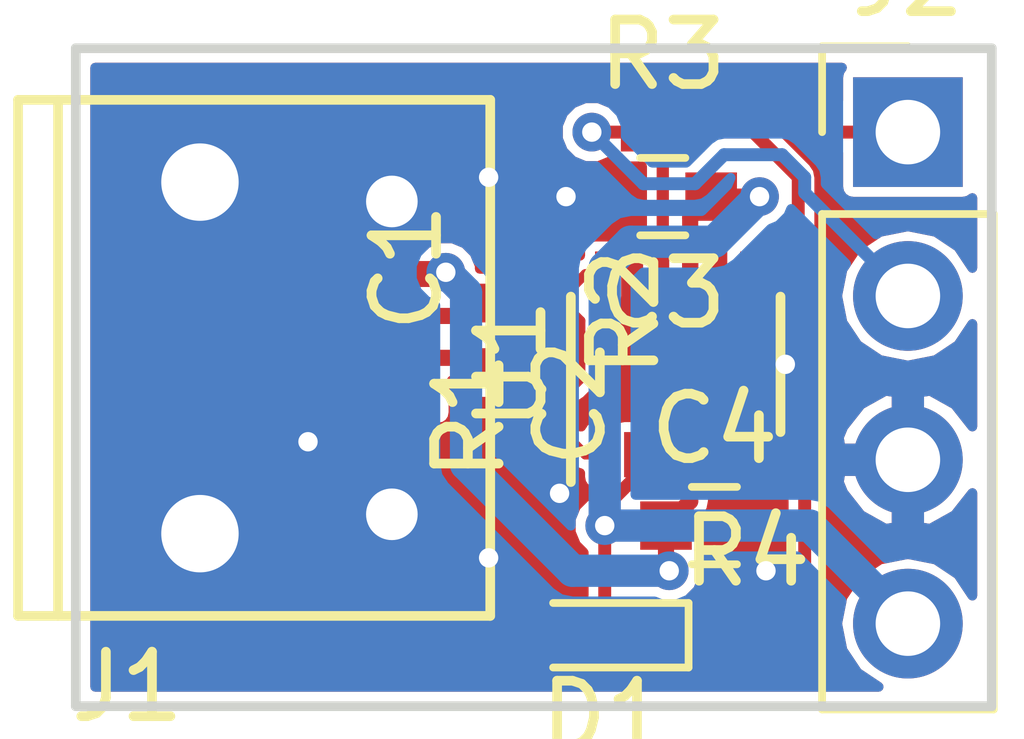
<source format=kicad_pcb>
(kicad_pcb (version 20170922) (host pcbnew no-vcs-found-a562525~60~ubuntu17.04.1)

(general
  (thickness 1.6)
  (drawings 22)
  (tracks 99)
  (zones 0)
  (modules 12)
  (nets 15)
)

(page A4)
(layers
  (0 F.Cu signal)
  (31 B.Cu signal)
  (32 B.Adhes user)
  (33 F.Adhes user)
  (34 B.Paste user)
  (35 F.Paste user)
  (36 B.SilkS user hide)
  (37 F.SilkS user hide)
  (38 B.Mask user)
  (39 F.Mask user)
  (40 Dwgs.User user)
  (41 Cmts.User user)
  (42 Eco1.User user)
  (43 Eco2.User user)
  (44 Edge.Cuts user)
  (45 Margin user)
  (46 B.CrtYd user)
  (47 F.CrtYd user)
  (48 B.Fab user)
  (49 F.Fab user hide)
)


(setup
  (last_trace_width 0.2)
  (user_trace_width 0.15)
  (user_trace_width 0.2)
  (user_trace_width 0.25)
  (user_trace_width 0.5)
  (user_trace_width 0.8)
  (user_trace_width 1)
  (user_trace_width 1.5)
  (user_trace_width 2)
  (trace_clearance 0.15)
  (zone_clearance 0.15)
  (zone_45_only no)
  (trace_min 0.15)
  (segment_width 0.2)
  (edge_width 0.15)
  (via_size 0.6)
  (via_drill 0.3)
  (via_min_size 0.6)
  (via_min_drill 0.3)
  (user_via 0.6 0.3)
  (uvia_size 0.3)
  (uvia_drill 0.1)
  (uvias_allowed no)
  (uvia_min_size 0.2)
  (uvia_min_drill 0.1)
  (pcb_text_width 0.3)
  (pcb_text_size 1.5 1.5)
  (mod_edge_width 0.15)
  (mod_text_size 1 1)
  (mod_text_width 0.15)
  (pad_size 1.7 1.7)
  (pad_drill 1)
  (pad_to_mask_clearance 0)
  (aux_axis_origin 0 0)
  (visible_elements FFFFFF7F)
  (pcbplotparams
    (layerselection 0x00030_ffffffff)
    (usegerberextensions false)
    (usegerberattributes true)
    (usegerberadvancedattributes true)
    (creategerberjobfile true)
    (excludeedgelayer true)
    (linewidth 0.100000)
    (plotframeref false)
    (viasonmask false)
    (mode 1)
    (useauxorigin false)
    (hpglpennumber 1)
    (hpglpenspeed 20)
    (hpglpendiameter 15)
    (psnegative false)
    (psa4output false)
    (plotreference true)
    (plotvalue true)
    (plotinvisibletext false)
    (padsonsilk false)
    (subtractmaskfromsilk false)
    (outputformat 1)
    (mirror false)
    (drillshape 1)
    (scaleselection 1)
    (outputdirectory ""))
)

(net 0 "")
(net 1 GND)
(net 2 "Net-(C1-Pad1)")
(net 3 "Net-(C2-Pad1)")
(net 4 +3V3)
(net 5 +5V)
(net 6 "Net-(D1-Pad1)")
(net 7 "Net-(R1-Pad1)")
(net 8 "Net-(R2-Pad1)")
(net 9 "Net-(R3-Pad2)")
(net 10 "Net-(R4-Pad2)")
(net 11 /Rx)
(net 12 /Tx)
(net 13 "Net-(J1-Pad4)")
(net 14 "Net-(U1-Pad8)")

(net_class Default "This is the default net class."
  (clearance 0.15)
  (trace_width 0.25)
  (via_dia 0.6)
  (via_drill 0.3)
  (uvia_dia 0.3)
  (uvia_drill 0.1)
  (add_net +3V3)
  (add_net +5V)
  (add_net /Rx)
  (add_net /Tx)
  (add_net GND)
  (add_net "Net-(C1-Pad1)")
  (add_net "Net-(C2-Pad1)")
  (add_net "Net-(D1-Pad1)")
  (add_net "Net-(J1-Pad4)")
  (add_net "Net-(R1-Pad1)")
  (add_net "Net-(R2-Pad1)")
  (add_net "Net-(R3-Pad2)")
  (add_net "Net-(R4-Pad2)")
  (add_net "Net-(U1-Pad8)")
)

  (module Capacitors_SMD:C_0402_NoSilk (layer F.Cu) (tedit 58AA8408) (tstamp 59DD947B)
    (at 146.4 73.4 90)
    (descr "Capacitor SMD 0402, reflow soldering, AVX (see smccp.pdf)")
    (tags "capacitor 0402")
    (path /59CBC4AC)
    (attr smd)
    (fp_text reference C1 (at 0 -1.27 90) (layer F.SilkS)
      (effects (font (size 1 1) (thickness 0.15)))
    )
    (fp_text value 47p (at 0 1.27 90) (layer F.Fab)
      (effects (font (size 1 1) (thickness 0.15)))
    )
    (fp_line (start 1 0.4) (end -1 0.4) (layer F.CrtYd) (width 0.05))
    (fp_line (start 1 0.4) (end 1 -0.4) (layer F.CrtYd) (width 0.05))
    (fp_line (start -1 -0.4) (end -1 0.4) (layer F.CrtYd) (width 0.05))
    (fp_line (start -1 -0.4) (end 1 -0.4) (layer F.CrtYd) (width 0.05))
    (fp_line (start -0.5 -0.25) (end 0.5 -0.25) (layer F.Fab) (width 0.1))
    (fp_line (start 0.5 -0.25) (end 0.5 0.25) (layer F.Fab) (width 0.1))
    (fp_line (start 0.5 0.25) (end -0.5 0.25) (layer F.Fab) (width 0.1))
    (fp_line (start -0.5 0.25) (end -0.5 -0.25) (layer F.Fab) (width 0.1))
    (fp_text user %R (at 0 -1.27 90) (layer F.Fab)
      (effects (font (size 1 1) (thickness 0.15)))
    )
    (pad 2 smd rect (at 0.55 0 90) (size 0.6 0.5) (layers F.Cu F.Paste F.Mask)
      (net 1 GND))
    (pad 1 smd rect (at -0.55 0 90) (size 0.6 0.5) (layers F.Cu F.Paste F.Mask)
      (net 2 "Net-(C1-Pad1)"))
    (model Capacitors_SMD.3dshapes/C_0402.wrl
      (at (xyz 0 0 0))
      (scale (xyz 1 1 1))
      (rotate (xyz 0 0 0))
    )
  )

  (module Capacitors_SMD:C_0402_NoSilk (layer F.Cu) (tedit 58AA8408) (tstamp 59DD948A)
    (at 146.4 75.5 270)
    (descr "Capacitor SMD 0402, reflow soldering, AVX (see smccp.pdf)")
    (tags "capacitor 0402")
    (path /59CBC39F)
    (attr smd)
    (fp_text reference C2 (at 0 -1.27 270) (layer F.SilkS)
      (effects (font (size 1 1) (thickness 0.15)))
    )
    (fp_text value 47p (at 0 1.27 270) (layer F.Fab)
      (effects (font (size 1 1) (thickness 0.15)))
    )
    (fp_text user %R (at 0 -1.27 270) (layer F.Fab)
      (effects (font (size 1 1) (thickness 0.15)))
    )
    (fp_line (start -0.5 0.25) (end -0.5 -0.25) (layer F.Fab) (width 0.1))
    (fp_line (start 0.5 0.25) (end -0.5 0.25) (layer F.Fab) (width 0.1))
    (fp_line (start 0.5 -0.25) (end 0.5 0.25) (layer F.Fab) (width 0.1))
    (fp_line (start -0.5 -0.25) (end 0.5 -0.25) (layer F.Fab) (width 0.1))
    (fp_line (start -1 -0.4) (end 1 -0.4) (layer F.CrtYd) (width 0.05))
    (fp_line (start -1 -0.4) (end -1 0.4) (layer F.CrtYd) (width 0.05))
    (fp_line (start 1 0.4) (end 1 -0.4) (layer F.CrtYd) (width 0.05))
    (fp_line (start 1 0.4) (end -1 0.4) (layer F.CrtYd) (width 0.05))
    (pad 1 smd rect (at -0.55 0 270) (size 0.6 0.5) (layers F.Cu F.Paste F.Mask)
      (net 3 "Net-(C2-Pad1)"))
    (pad 2 smd rect (at 0.55 0 270) (size 0.6 0.5) (layers F.Cu F.Paste F.Mask)
      (net 1 GND))
    (model Capacitors_SMD.3dshapes/C_0402.wrl
      (at (xyz 0 0 0))
      (scale (xyz 1 1 1))
      (rotate (xyz 0 0 0))
    )
  )

  (module Capacitors_SMD:C_0603 (layer F.Cu) (tedit 59958EE7) (tstamp 59DD949B)
    (at 149.1 72.3 180)
    (descr "Capacitor SMD 0603, reflow soldering, AVX (see smccp.pdf)")
    (tags "capacitor 0603")
    (path /59CBC175)
    (attr smd)
    (fp_text reference C3 (at 0 -1.5 180) (layer F.SilkS)
      (effects (font (size 1 1) (thickness 0.15)))
    )
    (fp_text value 4.7u/6.3V (at 0 1.5 180) (layer F.Fab)
      (effects (font (size 1 1) (thickness 0.15)))
    )
    (fp_line (start 1.4 0.65) (end -1.4 0.65) (layer F.CrtYd) (width 0.05))
    (fp_line (start 1.4 0.65) (end 1.4 -0.65) (layer F.CrtYd) (width 0.05))
    (fp_line (start -1.4 -0.65) (end -1.4 0.65) (layer F.CrtYd) (width 0.05))
    (fp_line (start -1.4 -0.65) (end 1.4 -0.65) (layer F.CrtYd) (width 0.05))
    (fp_line (start 0.35 0.6) (end -0.35 0.6) (layer F.SilkS) (width 0.12))
    (fp_line (start -0.35 -0.6) (end 0.35 -0.6) (layer F.SilkS) (width 0.12))
    (fp_line (start -0.8 -0.4) (end 0.8 -0.4) (layer F.Fab) (width 0.1))
    (fp_line (start 0.8 -0.4) (end 0.8 0.4) (layer F.Fab) (width 0.1))
    (fp_line (start 0.8 0.4) (end -0.8 0.4) (layer F.Fab) (width 0.1))
    (fp_line (start -0.8 0.4) (end -0.8 -0.4) (layer F.Fab) (width 0.1))
    (fp_text user %R (at 0 0 180) (layer F.Fab)
      (effects (font (size 0.3 0.3) (thickness 0.075)))
    )
    (pad 2 smd rect (at 0.75 0 180) (size 0.8 0.75) (layers F.Cu F.Paste F.Mask)
      (net 1 GND))
    (pad 1 smd rect (at -0.75 0 180) (size 0.8 0.75) (layers F.Cu F.Paste F.Mask)
      (net 4 +3V3))
    (model Capacitors_SMD.3dshapes/C_0603.wrl
      (at (xyz 0 0 0))
      (scale (xyz 1 1 1))
      (rotate (xyz 0 0 0))
    )
  )

  (module Capacitors_SMD:C_0603 (layer F.Cu) (tedit 59958EE7) (tstamp 59DD94AC)
    (at 149.9 77.4)
    (descr "Capacitor SMD 0603, reflow soldering, AVX (see smccp.pdf)")
    (tags "capacitor 0603")
    (path /59CBCDB8)
    (attr smd)
    (fp_text reference C4 (at 0 -1.5) (layer F.SilkS)
      (effects (font (size 1 1) (thickness 0.15)))
    )
    (fp_text value 4.7u/6.3V (at 0 1.5) (layer F.Fab)
      (effects (font (size 1 1) (thickness 0.15)))
    )
    (fp_text user %R (at 0 0) (layer F.Fab)
      (effects (font (size 0.3 0.3) (thickness 0.075)))
    )
    (fp_line (start -0.8 0.4) (end -0.8 -0.4) (layer F.Fab) (width 0.1))
    (fp_line (start 0.8 0.4) (end -0.8 0.4) (layer F.Fab) (width 0.1))
    (fp_line (start 0.8 -0.4) (end 0.8 0.4) (layer F.Fab) (width 0.1))
    (fp_line (start -0.8 -0.4) (end 0.8 -0.4) (layer F.Fab) (width 0.1))
    (fp_line (start -0.35 -0.6) (end 0.35 -0.6) (layer F.SilkS) (width 0.12))
    (fp_line (start 0.35 0.6) (end -0.35 0.6) (layer F.SilkS) (width 0.12))
    (fp_line (start -1.4 -0.65) (end 1.4 -0.65) (layer F.CrtYd) (width 0.05))
    (fp_line (start -1.4 -0.65) (end -1.4 0.65) (layer F.CrtYd) (width 0.05))
    (fp_line (start 1.4 0.65) (end 1.4 -0.65) (layer F.CrtYd) (width 0.05))
    (fp_line (start 1.4 0.65) (end -1.4 0.65) (layer F.CrtYd) (width 0.05))
    (pad 1 smd rect (at -0.75 0) (size 0.8 0.75) (layers F.Cu F.Paste F.Mask)
      (net 5 +5V))
    (pad 2 smd rect (at 0.75 0) (size 0.8 0.75) (layers F.Cu F.Paste F.Mask)
      (net 1 GND))
    (model Capacitors_SMD.3dshapes/C_0603.wrl
      (at (xyz 0 0 0))
      (scale (xyz 1 1 1))
      (rotate (xyz 0 0 0))
    )
  )

  (module LEDs:LED_0603 (layer F.Cu) (tedit 57FE93A5) (tstamp 59DD94C1)
    (at 148.2 79.1 180)
    (descr "LED 0603 smd package")
    (tags "LED led 0603 SMD smd SMT smt smdled SMDLED smtled SMTLED")
    (path /59CBC8A8)
    (attr smd)
    (fp_text reference D1 (at 0 -1.25 180) (layer F.SilkS)
      (effects (font (size 1 1) (thickness 0.15)))
    )
    (fp_text value LED (at 0 1.35 180) (layer F.Fab)
      (effects (font (size 1 1) (thickness 0.15)))
    )
    (fp_line (start -1.3 -0.5) (end -1.3 0.5) (layer F.SilkS) (width 0.12))
    (fp_line (start -0.2 -0.2) (end -0.2 0.2) (layer F.Fab) (width 0.1))
    (fp_line (start -0.15 0) (end 0.15 -0.2) (layer F.Fab) (width 0.1))
    (fp_line (start 0.15 0.2) (end -0.15 0) (layer F.Fab) (width 0.1))
    (fp_line (start 0.15 -0.2) (end 0.15 0.2) (layer F.Fab) (width 0.1))
    (fp_line (start 0.8 0.4) (end -0.8 0.4) (layer F.Fab) (width 0.1))
    (fp_line (start 0.8 -0.4) (end 0.8 0.4) (layer F.Fab) (width 0.1))
    (fp_line (start -0.8 -0.4) (end 0.8 -0.4) (layer F.Fab) (width 0.1))
    (fp_line (start -0.8 0.4) (end -0.8 -0.4) (layer F.Fab) (width 0.1))
    (fp_line (start -1.3 0.5) (end 0.8 0.5) (layer F.SilkS) (width 0.12))
    (fp_line (start -1.3 -0.5) (end 0.8 -0.5) (layer F.SilkS) (width 0.12))
    (fp_line (start 1.45 -0.65) (end 1.45 0.65) (layer F.CrtYd) (width 0.05))
    (fp_line (start 1.45 0.65) (end -1.45 0.65) (layer F.CrtYd) (width 0.05))
    (fp_line (start -1.45 0.65) (end -1.45 -0.65) (layer F.CrtYd) (width 0.05))
    (fp_line (start -1.45 -0.65) (end 1.45 -0.65) (layer F.CrtYd) (width 0.05))
    (pad 2 smd rect (at 0.8 0) (size 0.8 0.8) (layers F.Cu F.Paste F.Mask)
      (net 4 +3V3))
    (pad 1 smd rect (at -0.8 0) (size 0.8 0.8) (layers F.Cu F.Paste F.Mask)
      (net 6 "Net-(D1-Pad1)"))
    (model ${KISYS3DMOD}/LEDs.3dshapes/LED_0603.wrl
      (at (xyz 0 0 0))
      (scale (xyz 1 1 1))
      (rotate (xyz 0 0 180))
    )
  )

  (module hunz:USB_Micro-B_10103594-0001LF (layer F.Cu) (tedit 569952C3) (tstamp 59DD94EE)
    (at 142.8 74.8 180)
    (descr "Micro USB Type B 10103594-0001LF")
    (tags "USB USB_B USB_micro USB_OTG")
    (path /59CBD396)
    (attr smd)
    (fp_text reference J1 (at 2 -5.1 180) (layer F.SilkS)
      (effects (font (size 1 1) (thickness 0.15)))
    )
    (fp_text value USB_OTG (at 0.9 6.175 180) (layer F.Fab)
      (effects (font (size 1 1) (thickness 0.15)))
    )
    (fp_line (start -3.9 4.25) (end -3.9 -4.25) (layer F.CrtYd) (width 0.05))
    (fp_line (start -3.9 -4.25) (end 3.95 -4.25) (layer F.CrtYd) (width 0.05))
    (fp_line (start 3.95 -4.25) (end 3.95 4.25) (layer F.CrtYd) (width 0.05))
    (fp_line (start 3.95 4.25) (end -3.9 4.25) (layer F.CrtYd) (width 0.05))
    (fp_line (start 3.695 4) (end 3.695 -4) (layer F.SilkS) (width 0.15))
    (fp_line (start -3.625 4) (end -3.625 -4) (layer F.SilkS) (width 0.15))
    (fp_line (start -3.625 -4) (end 3.695 -4) (layer F.SilkS) (width 0.15))
    (fp_line (start 3.075 -4) (end 3.075 4) (layer F.SilkS) (width 0.15))
    (fp_line (start 3.695 4) (end -3.625 4) (layer F.SilkS) (width 0.15))
    (pad 1 smd rect (at -2 1.3) (size 1.65 0.4) (layers F.Cu F.Paste F.Mask)
      (net 5 +5V))
    (pad 2 smd rect (at -2 0.65) (size 1.65 0.4) (layers F.Cu F.Paste F.Mask)
      (net 2 "Net-(C1-Pad1)"))
    (pad 3 smd rect (at -2 0.0009) (size 1.65 0.4) (layers F.Cu F.Paste F.Mask)
      (net 3 "Net-(C2-Pad1)"))
    (pad 4 smd rect (at -2 -0.65) (size 1.65 0.4) (layers F.Cu F.Paste F.Mask)
      (net 13 "Net-(J1-Pad4)"))
    (pad 5 smd rect (at -2 -1.3) (size 1.65 0.4) (layers F.Cu F.Paste F.Mask)
      (net 1 GND))
    (pad 6 thru_hole rect (at -2.1 2.425) (size 1.5 2.1) (drill 0.8 (offset 0 -0.4)) (layers *.Cu *.Mask F.Paste)
      (net 1 GND))
    (pad 6 thru_hole rect (at -2.1 -2.425) (size 1.5 2.1) (drill 0.8 (offset 0 0.4)) (layers *.Cu *.Mask F.Paste)
      (net 1 GND))
    (pad 6 thru_hole rect (at 0.875 2.725) (size 3.4 1.9) (drill 1.2 (offset 0.3 -0.2)) (layers *.Cu *.Mask F.Paste)
      (net 1 GND))
    (pad 6 thru_hole rect (at 0.875 -2.725) (size 3.4 1.9) (drill 1.2 (offset 0.3 0.2)) (layers *.Cu *.Mask F.Paste)
      (net 1 GND))
    (pad 6 smd rect (at 1.125 0.9625) (size 2.5 1.425) (layers F.Cu F.Paste F.Mask)
      (net 1 GND))
    (pad 6 smd rect (at 1.125 -0.9625) (size 2.5 1.425) (layers F.Cu F.Paste F.Mask)
      (net 1 GND))
    (model /home/hunz/projects/github/hwdev/ca5/kicad/3d/microusb.wrl
      (at (xyz 0.02437007874015748 0 0.05))
      (scale (xyz 400 400 400))
      (rotate (xyz -90 0 -90))
    )
  )

  (module Pin_Headers:Pin_Header_Straight_1x04_Pitch2.54mm (layer F.Cu) (tedit 59CBCECA) (tstamp 59DD9506)
    (at 152.9 71.3)
    (descr "Through hole straight pin header, 1x04, 2.54mm pitch, single row")
    (tags "Through hole pin header THT 1x04 2.54mm single row")
    (path /59CBBCFF)
    (fp_text reference J2 (at 0 -2.33) (layer F.SilkS)
      (effects (font (size 1 1) (thickness 0.15)))
    )
    (fp_text value Conn_01x04 (at 0 9.95) (layer F.Fab)
      (effects (font (size 1 1) (thickness 0.15)))
    )
    (fp_line (start -0.635 -1.27) (end 1.27 -1.27) (layer F.Fab) (width 0.1))
    (fp_line (start 1.27 -1.27) (end 1.27 8.89) (layer F.Fab) (width 0.1))
    (fp_line (start 1.27 8.89) (end -1.27 8.89) (layer F.Fab) (width 0.1))
    (fp_line (start -1.27 8.89) (end -1.27 -0.635) (layer F.Fab) (width 0.1))
    (fp_line (start -1.27 -0.635) (end -0.635 -1.27) (layer F.Fab) (width 0.1))
    (fp_line (start -1.33 8.95) (end 1.33 8.95) (layer F.SilkS) (width 0.12))
    (fp_line (start -1.33 1.27) (end -1.33 8.95) (layer F.SilkS) (width 0.12))
    (fp_line (start 1.33 1.27) (end 1.33 8.95) (layer F.SilkS) (width 0.12))
    (fp_line (start -1.33 1.27) (end 1.33 1.27) (layer F.SilkS) (width 0.12))
    (fp_line (start -1.33 0) (end -1.33 -1.33) (layer F.SilkS) (width 0.12))
    (fp_line (start -1.33 -1.33) (end 0 -1.33) (layer F.SilkS) (width 0.12))
    (fp_line (start -1.8 -1.8) (end -1.8 9.4) (layer F.CrtYd) (width 0.05))
    (fp_line (start -1.8 9.4) (end 1.8 9.4) (layer F.CrtYd) (width 0.05))
    (fp_line (start 1.8 9.4) (end 1.8 -1.8) (layer F.CrtYd) (width 0.05))
    (fp_line (start 1.8 -1.8) (end -1.8 -1.8) (layer F.CrtYd) (width 0.05))
    (fp_text user %R (at 0 3.81 90) (layer F.Fab)
      (effects (font (size 1 1) (thickness 0.15)))
    )
    (pad 1 thru_hole rect (at 0 0) (size 1.7 1.7) (drill 1) (layers *.Cu *.Mask)
      (net 11 /Rx))
    (pad 2 thru_hole oval (at 0 2.54) (size 1.7 1.7) (drill 1) (layers *.Cu *.Mask)
      (net 12 /Tx))
    (pad 3 thru_hole oval (at 0 5.08) (size 1.7 1.7) (drill 1) (layers *.Cu *.Mask)
      (net 1 GND) (zone_connect 1) (thermal_width 0.5) (thermal_gap 0.2))
    (pad 4 thru_hole oval (at 0 7.62) (size 1.7 1.7) (drill 1) (layers *.Cu *.Mask)
      (net 4 +3V3))
  )

  (module Resistors_SMD:R_0402_NoSilk (layer F.Cu) (tedit 58E0A804) (tstamp 59DD9515)
    (at 147.3 75.7 90)
    (descr "Resistor SMD 0402, reflow soldering, Vishay (see dcrcw.pdf)")
    (tags "resistor 0402")
    (path /59CBC267)
    (attr smd)
    (fp_text reference R1 (at 0 -1.2 90) (layer F.SilkS)
      (effects (font (size 1 1) (thickness 0.15)))
    )
    (fp_text value 27 (at 0 1.25 90) (layer F.Fab)
      (effects (font (size 1 1) (thickness 0.15)))
    )
    (fp_line (start 0.8 0.45) (end -0.8 0.45) (layer F.CrtYd) (width 0.05))
    (fp_line (start 0.8 0.45) (end 0.8 -0.45) (layer F.CrtYd) (width 0.05))
    (fp_line (start -0.8 -0.45) (end -0.8 0.45) (layer F.CrtYd) (width 0.05))
    (fp_line (start -0.8 -0.45) (end 0.8 -0.45) (layer F.CrtYd) (width 0.05))
    (fp_line (start -0.5 -0.25) (end 0.5 -0.25) (layer F.Fab) (width 0.1))
    (fp_line (start 0.5 -0.25) (end 0.5 0.25) (layer F.Fab) (width 0.1))
    (fp_line (start 0.5 0.25) (end -0.5 0.25) (layer F.Fab) (width 0.1))
    (fp_line (start -0.5 0.25) (end -0.5 -0.25) (layer F.Fab) (width 0.1))
    (fp_text user %R (at 0 -1.2 90) (layer F.Fab)
      (effects (font (size 1 1) (thickness 0.15)))
    )
    (pad 2 smd rect (at 0.45 0 90) (size 0.4 0.6) (layers F.Cu F.Paste F.Mask)
      (net 2 "Net-(C1-Pad1)"))
    (pad 1 smd rect (at -0.45 0 90) (size 0.4 0.6) (layers F.Cu F.Paste F.Mask)
      (net 7 "Net-(R1-Pad1)"))
    (model ${KISYS3DMOD}/Resistors_SMD.3dshapes/R_0402.wrl
      (at (xyz 0 0 0))
      (scale (xyz 1 1 1))
      (rotate (xyz 0 0 0))
    )
  )

  (module Resistors_SMD:R_0402_NoSilk (layer F.Cu) (tedit 58E0A804) (tstamp 59DD9524)
    (at 147.3 74.1 270)
    (descr "Resistor SMD 0402, reflow soldering, Vishay (see dcrcw.pdf)")
    (tags "resistor 0402")
    (path /59CBC2E6)
    (attr smd)
    (fp_text reference R2 (at 0 -1.2 270) (layer F.SilkS)
      (effects (font (size 1 1) (thickness 0.15)))
    )
    (fp_text value 27 (at 0 1.25 270) (layer F.Fab)
      (effects (font (size 1 1) (thickness 0.15)))
    )
    (fp_text user %R (at 0 -1.2 270) (layer F.Fab)
      (effects (font (size 1 1) (thickness 0.15)))
    )
    (fp_line (start -0.5 0.25) (end -0.5 -0.25) (layer F.Fab) (width 0.1))
    (fp_line (start 0.5 0.25) (end -0.5 0.25) (layer F.Fab) (width 0.1))
    (fp_line (start 0.5 -0.25) (end 0.5 0.25) (layer F.Fab) (width 0.1))
    (fp_line (start -0.5 -0.25) (end 0.5 -0.25) (layer F.Fab) (width 0.1))
    (fp_line (start -0.8 -0.45) (end 0.8 -0.45) (layer F.CrtYd) (width 0.05))
    (fp_line (start -0.8 -0.45) (end -0.8 0.45) (layer F.CrtYd) (width 0.05))
    (fp_line (start 0.8 0.45) (end 0.8 -0.45) (layer F.CrtYd) (width 0.05))
    (fp_line (start 0.8 0.45) (end -0.8 0.45) (layer F.CrtYd) (width 0.05))
    (pad 1 smd rect (at -0.45 0 270) (size 0.4 0.6) (layers F.Cu F.Paste F.Mask)
      (net 8 "Net-(R2-Pad1)"))
    (pad 2 smd rect (at 0.45 0 270) (size 0.4 0.6) (layers F.Cu F.Paste F.Mask)
      (net 3 "Net-(C2-Pad1)"))
    (model ${KISYS3DMOD}/Resistors_SMD.3dshapes/R_0402.wrl
      (at (xyz 0 0 0))
      (scale (xyz 1 1 1))
      (rotate (xyz 0 0 0))
    )
  )

  (module Resistors_SMD:R_0402_NoSilk (layer F.Cu) (tedit 58E0A804) (tstamp 59DD9533)
    (at 149.1 71.3)
    (descr "Resistor SMD 0402, reflow soldering, Vishay (see dcrcw.pdf)")
    (tags "resistor 0402")
    (path /59CBBB72)
    (attr smd)
    (fp_text reference R3 (at 0 -1.2) (layer F.SilkS)
      (effects (font (size 1 1) (thickness 0.15)))
    )
    (fp_text value 120 (at 0 1.25) (layer F.Fab)
      (effects (font (size 1 1) (thickness 0.15)))
    )
    (fp_text user %R (at 0 -1.2) (layer F.Fab)
      (effects (font (size 1 1) (thickness 0.15)))
    )
    (fp_line (start -0.5 0.25) (end -0.5 -0.25) (layer F.Fab) (width 0.1))
    (fp_line (start 0.5 0.25) (end -0.5 0.25) (layer F.Fab) (width 0.1))
    (fp_line (start 0.5 -0.25) (end 0.5 0.25) (layer F.Fab) (width 0.1))
    (fp_line (start -0.5 -0.25) (end 0.5 -0.25) (layer F.Fab) (width 0.1))
    (fp_line (start -0.8 -0.45) (end 0.8 -0.45) (layer F.CrtYd) (width 0.05))
    (fp_line (start -0.8 -0.45) (end -0.8 0.45) (layer F.CrtYd) (width 0.05))
    (fp_line (start 0.8 0.45) (end 0.8 -0.45) (layer F.CrtYd) (width 0.05))
    (fp_line (start 0.8 0.45) (end -0.8 0.45) (layer F.CrtYd) (width 0.05))
    (pad 1 smd rect (at -0.45 0) (size 0.4 0.6) (layers F.Cu F.Paste F.Mask)
      (net 12 /Tx))
    (pad 2 smd rect (at 0.45 0) (size 0.4 0.6) (layers F.Cu F.Paste F.Mask)
      (net 9 "Net-(R3-Pad2)"))
    (model ${KISYS3DMOD}/Resistors_SMD.3dshapes/R_0402.wrl
      (at (xyz 0 0 0))
      (scale (xyz 1 1 1))
      (rotate (xyz 0 0 0))
    )
  )

  (module Resistors_SMD:R_0402_NoSilk (layer F.Cu) (tedit 58E0A804) (tstamp 59DD9542)
    (at 150.4 79)
    (descr "Resistor SMD 0402, reflow soldering, Vishay (see dcrcw.pdf)")
    (tags "resistor 0402")
    (path /59CBC039)
    (attr smd)
    (fp_text reference R4 (at 0 -1.2) (layer F.SilkS)
      (effects (font (size 1 1) (thickness 0.15)))
    )
    (fp_text value 470 (at 0 1.25) (layer F.Fab)
      (effects (font (size 1 1) (thickness 0.15)))
    )
    (fp_line (start 0.8 0.45) (end -0.8 0.45) (layer F.CrtYd) (width 0.05))
    (fp_line (start 0.8 0.45) (end 0.8 -0.45) (layer F.CrtYd) (width 0.05))
    (fp_line (start -0.8 -0.45) (end -0.8 0.45) (layer F.CrtYd) (width 0.05))
    (fp_line (start -0.8 -0.45) (end 0.8 -0.45) (layer F.CrtYd) (width 0.05))
    (fp_line (start -0.5 -0.25) (end 0.5 -0.25) (layer F.Fab) (width 0.1))
    (fp_line (start 0.5 -0.25) (end 0.5 0.25) (layer F.Fab) (width 0.1))
    (fp_line (start 0.5 0.25) (end -0.5 0.25) (layer F.Fab) (width 0.1))
    (fp_line (start -0.5 0.25) (end -0.5 -0.25) (layer F.Fab) (width 0.1))
    (fp_text user %R (at 0 -1.2) (layer F.Fab)
      (effects (font (size 1 1) (thickness 0.15)))
    )
    (pad 2 smd rect (at 0.45 0) (size 0.4 0.6) (layers F.Cu F.Paste F.Mask)
      (net 10 "Net-(R4-Pad2)"))
    (pad 1 smd rect (at -0.45 0) (size 0.4 0.6) (layers F.Cu F.Paste F.Mask)
      (net 6 "Net-(D1-Pad1)"))
    (model ${KISYS3DMOD}/Resistors_SMD.3dshapes/R_0402.wrl
      (at (xyz 0 0 0))
      (scale (xyz 1 1 1))
      (rotate (xyz 0 0 0))
    )
  )

  (module Housings_DFN_QFN:DFN-12-1EP_3x3mm_Pitch0.45mm (layer F.Cu) (tedit 54130A77) (tstamp 59F8D3F6)
    (at 149.3 74.9 90)
    (descr "DD Package; 12-Lead Plastic DFN (3mm x 3mm) (see Linear Technology DFN_12_05-08-1725.pdf)")
    (tags "DFN 0.45")
    (path /59EF5B28)
    (attr smd)
    (fp_text reference U1 (at 0 -2.55 90) (layer F.SilkS)
      (effects (font (size 1 1) (thickness 0.15)))
    )
    (fp_text value FT234XD (at 0 2.55 90) (layer F.Fab)
      (effects (font (size 1 1) (thickness 0.15)))
    )
    (fp_line (start -0.5 -1.5) (end 1.5 -1.5) (layer F.Fab) (width 0.15))
    (fp_line (start 1.5 -1.5) (end 1.5 1.5) (layer F.Fab) (width 0.15))
    (fp_line (start 1.5 1.5) (end -1.5 1.5) (layer F.Fab) (width 0.15))
    (fp_line (start -1.5 1.5) (end -1.5 -0.5) (layer F.Fab) (width 0.15))
    (fp_line (start -1.5 -0.5) (end -0.5 -1.5) (layer F.Fab) (width 0.15))
    (fp_line (start -2 -1.8) (end -2 1.8) (layer F.CrtYd) (width 0.05))
    (fp_line (start 2 -1.8) (end 2 1.8) (layer F.CrtYd) (width 0.05))
    (fp_line (start -2 -1.8) (end 2 -1.8) (layer F.CrtYd) (width 0.05))
    (fp_line (start -2 1.8) (end 2 1.8) (layer F.CrtYd) (width 0.05))
    (fp_line (start -1.05 1.625) (end 1.05 1.625) (layer F.SilkS) (width 0.15))
    (fp_line (start -1.825 -1.625) (end 1.05 -1.625) (layer F.SilkS) (width 0.15))
    (pad 1 smd rect (at -1.4 -1.125 90) (size 0.7 0.25) (layers F.Cu F.Paste F.Mask)
      (net 7 "Net-(R1-Pad1)"))
    (pad 2 smd rect (at -1.4 -0.675 90) (size 0.7 0.25) (layers F.Cu F.Paste F.Mask)
      (net 4 +3V3))
    (pad 3 smd rect (at -1.4 -0.225 90) (size 0.7 0.25) (layers F.Cu F.Paste F.Mask)
      (net 4 +3V3))
    (pad 4 smd rect (at -1.4 0.225 90) (size 0.7 0.25) (layers F.Cu F.Paste F.Mask)
      (net 5 +5V))
    (pad 5 smd rect (at -1.4 0.675 90) (size 0.7 0.25) (layers F.Cu F.Paste F.Mask)
      (net 1 GND))
    (pad 6 smd rect (at -1.4 1.125 90) (size 0.7 0.25) (layers F.Cu F.Paste F.Mask)
      (net 10 "Net-(R4-Pad2)"))
    (pad 7 smd rect (at 1.4 1.125 90) (size 0.7 0.25) (layers F.Cu F.Paste F.Mask)
      (net 9 "Net-(R3-Pad2)"))
    (pad 8 smd rect (at 1.4 0.675 90) (size 0.7 0.25) (layers F.Cu F.Paste F.Mask)
      (net 14 "Net-(U1-Pad8)"))
    (pad 9 smd rect (at 1.4 0.225 90) (size 0.7 0.25) (layers F.Cu F.Paste F.Mask)
      (net 4 +3V3))
    (pad 10 smd rect (at 1.4 -0.225 90) (size 0.7 0.25) (layers F.Cu F.Paste F.Mask)
      (net 11 /Rx))
    (pad 11 smd rect (at 1.4 -0.675 90) (size 0.7 0.25) (layers F.Cu F.Paste F.Mask)
      (net 1 GND))
    (pad 12 smd rect (at 1.4 -1.125 90) (size 0.7 0.25) (layers F.Cu F.Paste F.Mask)
      (net 8 "Net-(R2-Pad1)"))
    (pad 13 smd rect (at 0.415 0.595 90) (size 0.83 1.19) (layers F.Cu F.Paste F.Mask)
      (net 1 GND) (solder_paste_margin_ratio -0.2))
    (pad 13 smd rect (at 0.415 -0.595 90) (size 0.83 1.19) (layers F.Cu F.Paste F.Mask)
      (net 1 GND) (solder_paste_margin_ratio -0.2))
    (pad 13 smd rect (at -0.415 0.595 90) (size 0.83 1.19) (layers F.Cu F.Paste F.Mask)
      (net 1 GND) (solder_paste_margin_ratio -0.2))
    (pad 13 smd rect (at -0.415 -0.595 90) (size 0.83 1.19) (layers F.Cu F.Paste F.Mask)
      (net 1 GND) (solder_paste_margin_ratio -0.2))
    (model ${KISYS3DMOD}/Housings_DFN_QFN.3dshapes/DFN-12-1EP_3x3mm_Pitch0.45mm.wrl
      (at (xyz 0 0 0))
      (scale (xyz 1 1 1))
      (rotate (xyz 0 0 0))
    )
  )

  (gr_text FT234 (at 143 75) (layer B.Mask)
    (effects (font (size 1.2 1.2) (thickness 0.25)) (justify mirror))
  )
  (gr_text 3.3V (at 149.4 79.4) (layer B.Mask)
    (effects (font (size 1 1) (thickness 0.2)) (justify mirror))
  )
  (gr_line (start 149.6 76.8) (end 150.6 76.8) (layer B.Mask) (width 0.4) (tstamp 59EF0B17))
  (gr_line (start 150.1 75.9) (end 150.1 76.8) (layer B.Mask) (width 0.4))
  (gr_line (start 150.7 74.1) (end 150.5 73.7) (layer B.Mask) (width 0.2) (tstamp 59EF0ACA))
  (gr_line (start 148.9 73.9) (end 150.7 73.9) (layer B.Mask) (width 0.4) (tstamp 59EF0AC8))
  (gr_line (start 151 73.9) (end 150.4 74.4) (layer B.Mask) (width 0.2) (tstamp 59EF0AC7))
  (gr_line (start 150.4 74.1) (end 150.7 74.1) (layer B.Mask) (width 0.2) (tstamp 59EF0AC6))
  (gr_line (start 150.4 73.4) (end 151 73.9) (layer B.Mask) (width 0.2) (tstamp 59EF0AC5))
  (gr_line (start 150.5 73.7) (end 150.7 73.8) (layer B.Mask) (width 0.2) (tstamp 59EF0AC4))
  (gr_line (start 150.4 74.4) (end 150.4 73.4) (layer B.Mask) (width 0.2) (tstamp 59EF0AC3))
  (gr_line (start 149.3 71.3) (end 149.1 71.2) (layer B.Mask) (width 0.2))
  (gr_line (start 149.1 70.9) (end 149.3 71.3) (layer B.Mask) (width 0.2))
  (gr_line (start 149.4 70.9) (end 149.1 70.9) (layer B.Mask) (width 0.2))
  (gr_line (start 149.4 71.6) (end 148.8 71.1) (layer B.Mask) (width 0.2))
  (gr_line (start 149.4 70.6) (end 149.4 71.6) (layer B.Mask) (width 0.2))
  (gr_line (start 148.8 71.1) (end 149.4 70.6) (layer B.Mask) (width 0.2))
  (gr_line (start 150.9 71.1) (end 149.1 71.1) (layer B.Mask) (width 0.4))
  (gr_line (start 140 80.2) (end 140 70) (layer Edge.Cuts) (width 0.15))
  (gr_line (start 154.2 80.2) (end 140 80.2) (layer Edge.Cuts) (width 0.15))
  (gr_line (start 154.2 70) (end 154.2 80.2) (layer Edge.Cuts) (width 0.15))
  (gr_line (start 140 70) (end 154.2 70) (layer Edge.Cuts) (width 0.15))

  (via (at 146.4 72) (size 0.6) (drill 0.3) (layers F.Cu B.Cu) (net 1) (tstamp 59F8DCBE))
  (via (at 146.4 77.9) (size 0.6) (drill 0.3) (layers F.Cu B.Cu) (net 1) (tstamp 59F8DCBC))
  (via (at 151 74.9) (size 0.6) (drill 0.3) (layers F.Cu B.Cu) (net 1) (tstamp 59F8DCA7))
  (via (at 147.5 76.9) (size 0.6) (drill 0.3) (layers F.Cu B.Cu) (net 1) (tstamp 59F8DCA4))
  (segment (start 149.975 76.3) (end 149.975 75.395) (width 0.2) (layer F.Cu) (net 1))
  (segment (start 149.975 75.395) (end 149.895 75.315) (width 0.2) (layer F.Cu) (net 1))
  (segment (start 148.625 73.5) (end 148.625 72.575) (width 0.2) (layer F.Cu) (net 1))
  (segment (start 148.625 72.575) (end 148.35 72.3) (width 0.2) (layer F.Cu) (net 1))
  (segment (start 148.625 73.5) (end 148.625 74.405) (width 0.2) (layer F.Cu) (net 1))
  (segment (start 148.625 74.405) (end 148.705 74.485) (width 0.2) (layer F.Cu) (net 1))
  (segment (start 149.975 76.3) (end 149.975 76.725) (width 0.25) (layer F.Cu) (net 1))
  (segment (start 149.975 76.725) (end 150.65 77.4) (width 0.25) (layer F.Cu) (net 1))
  (segment (start 148.35 72.3) (end 147.6 72.3) (width 0.25) (layer F.Cu) (net 1))
  (via (at 147.6 72.3) (size 0.6) (drill 0.3) (layers F.Cu B.Cu) (net 1))
  (segment (start 150.65 77.4) (end 150.65 78.05) (width 0.25) (layer F.Cu) (net 1))
  (segment (start 150.65 78.05) (end 150.7 78.1) (width 0.25) (layer F.Cu) (net 1))
  (via (at 150.7 78.1) (size 0.6) (drill 0.3) (layers F.Cu B.Cu) (net 1))
  (segment (start 144.8 76.1) (end 143.6 76.1) (width 0.4) (layer F.Cu) (net 1))
  (via (at 143.6 76.1) (size 0.6) (drill 0.3) (layers F.Cu B.Cu) (net 1))
  (segment (start 146.4 73.95) (end 146.55 74.1) (width 0.15) (layer F.Cu) (net 2))
  (segment (start 146.55 74.1) (end 147.7 74.1) (width 0.15) (layer F.Cu) (net 2))
  (segment (start 147.7 74.1) (end 147.825001 74.225001) (width 0.15) (layer F.Cu) (net 2))
  (segment (start 147.825001 74.225001) (end 147.825001 75.124999) (width 0.15) (layer F.Cu) (net 2))
  (segment (start 147.825001 75.124999) (end 147.7 75.25) (width 0.15) (layer F.Cu) (net 2))
  (segment (start 147.7 75.25) (end 147.3 75.25) (width 0.15) (layer F.Cu) (net 2))
  (segment (start 144.8 74.15) (end 146.2 74.15) (width 0.25) (layer F.Cu) (net 2))
  (segment (start 146.2 74.15) (end 146.4 73.95) (width 0.25) (layer F.Cu) (net 2))
  (segment (start 146.4 74.95) (end 146.8 74.55) (width 0.15) (layer F.Cu) (net 3))
  (segment (start 146.8 74.55) (end 147.3 74.55) (width 0.15) (layer F.Cu) (net 3))
  (segment (start 146.4 74.95) (end 146.4 74.85) (width 0.15) (layer F.Cu) (net 3))
  (segment (start 144.8 74.7991) (end 146.2491 74.7991) (width 0.25) (layer F.Cu) (net 3))
  (segment (start 146.2491 74.7991) (end 146.4 74.95) (width 0.25) (layer F.Cu) (net 3))
  (segment (start 148.2 73.4) (end 148.6 73) (width 0.5) (layer B.Cu) (net 4))
  (segment (start 148.6 73) (end 149.9 73) (width 0.5) (layer B.Cu) (net 4))
  (segment (start 149.9 73) (end 150.6 72.3) (width 0.5) (layer B.Cu) (net 4))
  (segment (start 148.2 77.4) (end 148.2 73.4) (width 0.5) (layer B.Cu) (net 4))
  (segment (start 148.2 77.4) (end 148.2 78.9) (width 0.2) (layer F.Cu) (net 4))
  (segment (start 148.2 78.9) (end 148 79.1) (width 0.2) (layer F.Cu) (net 4))
  (segment (start 148 79.1) (end 147.4 79.1) (width 0.2) (layer F.Cu) (net 4))
  (segment (start 148.2 77.4) (end 150.6 77.4) (width 0.5) (layer B.Cu) (net 4))
  (segment (start 150.6 77.4) (end 151.38 77.4) (width 0.5) (layer B.Cu) (net 4))
  (segment (start 151.38 77.4) (end 152.9 78.92) (width 0.5) (layer B.Cu) (net 4))
  (segment (start 148.625 76.3) (end 148.625 76.699998) (width 0.2) (layer F.Cu) (net 4))
  (segment (start 148.625 76.699998) (end 148.2 77.124998) (width 0.2) (layer F.Cu) (net 4))
  (segment (start 148.2 77.124998) (end 148.2 77.4) (width 0.2) (layer F.Cu) (net 4))
  (via (at 148.2 77.4) (size 0.6) (drill 0.3) (layers F.Cu B.Cu) (net 4))
  (segment (start 149.075 76.3) (end 148.625 76.3) (width 0.2) (layer F.Cu) (net 4))
  (segment (start 149.85 72.3) (end 150.6 72.3) (width 0.25) (layer F.Cu) (net 4))
  (via (at 150.6 72.3) (size 0.6) (drill 0.3) (layers F.Cu B.Cu) (net 4))
  (segment (start 149.525 73.5) (end 149.525 72.625) (width 0.25) (layer F.Cu) (net 4))
  (segment (start 149.525 72.625) (end 149.85 72.3) (width 0.25) (layer F.Cu) (net 4))
  (segment (start 152.9 78.75) (end 152.9 78.92) (width 0.25) (layer F.Cu) (net 4))
  (segment (start 145.736373 73.472732) (end 146.050001 73.78636) (width 0.5) (layer B.Cu) (net 5))
  (segment (start 146.050001 73.78636) (end 146.050001 76.450001) (width 0.5) (layer B.Cu) (net 5))
  (segment (start 146.050001 76.450001) (end 147.7 78.1) (width 0.5) (layer B.Cu) (net 5))
  (segment (start 149.2 78.1) (end 147.7 78.1) (width 0.5) (layer B.Cu) (net 5))
  (segment (start 149.525 76.3) (end 149.525 77.025) (width 0.25) (layer F.Cu) (net 5))
  (segment (start 149.525 77.025) (end 149.15 77.4) (width 0.25) (layer F.Cu) (net 5))
  (segment (start 149.15 77.4) (end 149.15 78.05) (width 0.25) (layer F.Cu) (net 5))
  (segment (start 149.15 78.05) (end 149.2 78.1) (width 0.25) (layer F.Cu) (net 5))
  (via (at 149.2 78.1) (size 0.6) (drill 0.3) (layers F.Cu B.Cu) (net 5))
  (segment (start 144.8 73.5) (end 145.709105 73.5) (width 0.4) (layer F.Cu) (net 5))
  (segment (start 145.709105 73.5) (end 145.736373 73.472732) (width 0.4) (layer F.Cu) (net 5))
  (via (at 145.736373 73.472732) (size 0.6) (drill 0.3) (layers F.Cu B.Cu) (net 5))
  (segment (start 149.95 79) (end 149.1 79) (width 0.2) (layer F.Cu) (net 6))
  (segment (start 149.1 79) (end 149 79.1) (width 0.2) (layer F.Cu) (net 6))
  (segment (start 147.9 76.3) (end 147.75 76.15) (width 0.15) (layer F.Cu) (net 7))
  (segment (start 147.75 76.15) (end 147.3 76.15) (width 0.15) (layer F.Cu) (net 7))
  (segment (start 148.175 76.3) (end 147.9 76.3) (width 0.15) (layer F.Cu) (net 7))
  (segment (start 148.175 73.5) (end 147.9 73.5) (width 0.15) (layer F.Cu) (net 8))
  (segment (start 147.9 73.5) (end 147.75 73.65) (width 0.15) (layer F.Cu) (net 8))
  (segment (start 147.75 73.65) (end 147.3 73.65) (width 0.15) (layer F.Cu) (net 8))
  (segment (start 150.5 71.3) (end 149.55 71.3) (width 0.2) (layer F.Cu) (net 9))
  (segment (start 151.2 72) (end 150.5 71.3) (width 0.2) (layer F.Cu) (net 9))
  (segment (start 151.2 73.05) (end 151.2 72) (width 0.2) (layer F.Cu) (net 9))
  (segment (start 150.425 73.5) (end 150.75 73.5) (width 0.2) (layer F.Cu) (net 9))
  (segment (start 150.75 73.5) (end 151.2 73.05) (width 0.2) (layer F.Cu) (net 9))
  (segment (start 150.425 76.3) (end 150.75 76.3) (width 0.2) (layer F.Cu) (net 10))
  (segment (start 150.75 76.3) (end 151.300001 76.850001) (width 0.2) (layer F.Cu) (net 10))
  (segment (start 151.300001 76.850001) (end 151.300001 78.449999) (width 0.2) (layer F.Cu) (net 10))
  (segment (start 151.300001 78.449999) (end 150.85 78.9) (width 0.2) (layer F.Cu) (net 10))
  (segment (start 150.85 78.9) (end 150.85 79) (width 0.2) (layer F.Cu) (net 10))
  (segment (start 149.1 72.925) (end 149.075 72.95) (width 0.19) (layer F.Cu) (net 11))
  (segment (start 149.075 72.95) (end 149.075 73.5) (width 0.19) (layer F.Cu) (net 11))
  (segment (start 149.2 70.7) (end 151.25 70.7) (width 0.2) (layer F.Cu) (net 11))
  (segment (start 151.25 70.7) (end 151.85 71.3) (width 0.2) (layer F.Cu) (net 11))
  (segment (start 151.85 71.3) (end 152.9 71.3) (width 0.2) (layer F.Cu) (net 11))
  (segment (start 149.1 70.8) (end 149.2 70.7) (width 0.2) (layer F.Cu) (net 11))
  (segment (start 149.1 72.925) (end 149.1 70.8) (width 0.19) (layer F.Cu) (net 11))
  (segment (start 152.45 70.85) (end 152.9 71.3) (width 0.15) (layer F.Cu) (net 11))
  (segment (start 152.9 73.84) (end 151.3 72.24) (width 0.2) (layer B.Cu) (net 12))
  (segment (start 148.8 72.1) (end 148 71.3) (width 0.2) (layer B.Cu) (net 12))
  (segment (start 151.3 72.24) (end 151.3 72) (width 0.2) (layer B.Cu) (net 12))
  (segment (start 151.3 72) (end 150.950002 71.650002) (width 0.2) (layer B.Cu) (net 12))
  (segment (start 150.950002 71.650002) (end 150.049998 71.650002) (width 0.2) (layer B.Cu) (net 12))
  (segment (start 150.049998 71.650002) (end 149.6 72.1) (width 0.2) (layer B.Cu) (net 12))
  (segment (start 149.6 72.1) (end 148.8 72.1) (width 0.2) (layer B.Cu) (net 12))
  (segment (start 148.65 71.3) (end 148 71.3) (width 0.2) (layer F.Cu) (net 12))
  (via (at 148 71.3) (size 0.6) (drill 0.3) (layers F.Cu B.Cu) (net 12))

  (zone (net 1) (net_name GND) (layer F.Cu) (tstamp 0) (hatch edge 0.508)
    (connect_pads yes (clearance 0.15))
    (min_thickness 0.15)
    (fill yes (arc_segments 16) (thermal_gap 0.508) (thermal_bridge_width 0.508))
    (polygon
      (pts
        (xy 140 70) (xy 154.2 70) (xy 154.2 80.2) (xy 140 80.2)
      )
    )
    (filled_polygon
      (pts
        (xy 151.838055 70.362209) (xy 151.820592 70.45) (xy 151.820592 70.810972) (xy 151.47981 70.47019) (xy 151.374372 70.399739)
        (xy 151.25 70.375) (xy 149.2 70.375) (xy 149.075627 70.399739) (xy 149.033395 70.427958) (xy 148.97019 70.47019)
        (xy 148.970188 70.470193) (xy 148.87019 70.57019) (xy 148.799739 70.675628) (xy 148.78085 70.770592) (xy 148.45 70.770592)
        (xy 148.362209 70.788055) (xy 148.287784 70.837784) (xy 148.280852 70.848158) (xy 148.104887 70.775092) (xy 147.896029 70.774909)
        (xy 147.703 70.854667) (xy 147.555186 71.002223) (xy 147.475092 71.195113) (xy 147.474909 71.403971) (xy 147.554667 71.597)
        (xy 147.702223 71.744814) (xy 147.895113 71.824908) (xy 148.103971 71.825091) (xy 148.280938 71.75197) (xy 148.287784 71.762216)
        (xy 148.362209 71.811945) (xy 148.45 71.829408) (xy 148.78 71.829408) (xy 148.78 72.826582) (xy 148.779359 72.827541)
        (xy 148.755 72.95) (xy 148.755 73.036849) (xy 148.738055 73.062209) (xy 148.720592 73.15) (xy 148.720592 73.85)
        (xy 148.738055 73.937791) (xy 148.787784 74.012216) (xy 148.862209 74.061945) (xy 148.95 74.079408) (xy 149.2 74.079408)
        (xy 149.287791 74.061945) (xy 149.3 74.053787) (xy 149.312209 74.061945) (xy 149.4 74.079408) (xy 149.65 74.079408)
        (xy 149.737791 74.061945) (xy 149.75 74.053787) (xy 149.762209 74.061945) (xy 149.85 74.079408) (xy 150.1 74.079408)
        (xy 150.187791 74.061945) (xy 150.2 74.053787) (xy 150.212209 74.061945) (xy 150.3 74.079408) (xy 150.55 74.079408)
        (xy 150.637791 74.061945) (xy 150.712216 74.012216) (xy 150.761945 73.937791) (xy 150.779408 73.85) (xy 150.779408 73.81915)
        (xy 150.874372 73.800261) (xy 150.97981 73.72981) (xy 151.42981 73.27981) (xy 151.500261 73.174372) (xy 151.525 73.05)
        (xy 151.525 72) (xy 151.515055 71.950001) (xy 151.500261 71.875627) (xy 151.466371 71.824908) (xy 151.42981 71.77019)
        (xy 151.429807 71.770188) (xy 150.72981 71.07019) (xy 150.662178 71.025) (xy 151.11538 71.025) (xy 151.62019 71.52981)
        (xy 151.725628 71.600261) (xy 151.820592 71.61915) (xy 151.820592 72.15) (xy 151.838055 72.237791) (xy 151.887784 72.312216)
        (xy 151.962209 72.361945) (xy 152.05 72.379408) (xy 153.75 72.379408) (xy 153.837791 72.361945) (xy 153.9 72.320378)
        (xy 153.9 73.407318) (xy 153.6812 73.07986) (xy 153.332445 72.84683) (xy 152.92106 72.765) (xy 152.87894 72.765)
        (xy 152.467555 72.84683) (xy 152.1188 73.07986) (xy 151.88577 73.428615) (xy 151.80394 73.84) (xy 151.88577 74.251385)
        (xy 152.1188 74.60014) (xy 152.467555 74.83317) (xy 152.87894 74.915) (xy 152.92106 74.915) (xy 153.332445 74.83317)
        (xy 153.6812 74.60014) (xy 153.9 74.272682) (xy 153.9 75.8659) (xy 153.629877 75.523879) (xy 153.246695 75.309735)
        (xy 153.075 75.337427) (xy 153.075 76.205) (xy 153.095 76.205) (xy 153.095 76.555) (xy 153.075 76.555)
        (xy 153.075 77.422573) (xy 153.246695 77.450265) (xy 153.629877 77.236121) (xy 153.9 76.8941) (xy 153.9 78.487318)
        (xy 153.6812 78.15986) (xy 153.332445 77.92683) (xy 152.92106 77.845) (xy 152.87894 77.845) (xy 152.467555 77.92683)
        (xy 152.1188 78.15986) (xy 151.88577 78.508615) (xy 151.80394 78.92) (xy 151.88577 79.331385) (xy 152.1188 79.68014)
        (xy 152.447845 79.9) (xy 140.3 79.9) (xy 140.3 75.95) (xy 146.770592 75.95) (xy 146.770592 76.35)
        (xy 146.788055 76.437791) (xy 146.837784 76.512216) (xy 146.912209 76.561945) (xy 147 76.579408) (xy 147.6 76.579408)
        (xy 147.687791 76.561945) (xy 147.725105 76.537013) (xy 147.785195 76.577164) (xy 147.820592 76.584205) (xy 147.820592 76.65)
        (xy 147.838055 76.737791) (xy 147.887784 76.812216) (xy 147.962209 76.861945) (xy 147.996593 76.868785) (xy 147.97019 76.895188)
        (xy 147.940916 76.939001) (xy 147.903 76.954667) (xy 147.755186 77.102223) (xy 147.675092 77.295113) (xy 147.674909 77.503971)
        (xy 147.754667 77.697) (xy 147.875 77.817543) (xy 147.875 78.485511) (xy 147.8 78.470592) (xy 147 78.470592)
        (xy 146.912209 78.488055) (xy 146.837784 78.537784) (xy 146.788055 78.612209) (xy 146.770592 78.7) (xy 146.770592 79.5)
        (xy 146.788055 79.587791) (xy 146.837784 79.662216) (xy 146.912209 79.711945) (xy 147 79.729408) (xy 147.8 79.729408)
        (xy 147.887791 79.711945) (xy 147.962216 79.662216) (xy 148.011945 79.587791) (xy 148.029408 79.5) (xy 148.029408 79.41915)
        (xy 148.124372 79.400261) (xy 148.22981 79.32981) (xy 148.370592 79.189028) (xy 148.370592 79.5) (xy 148.388055 79.587791)
        (xy 148.437784 79.662216) (xy 148.512209 79.711945) (xy 148.6 79.729408) (xy 149.4 79.729408) (xy 149.487791 79.711945)
        (xy 149.562216 79.662216) (xy 149.611945 79.587791) (xy 149.629408 79.5) (xy 149.629408 79.490028) (xy 149.662209 79.511945)
        (xy 149.75 79.529408) (xy 150.15 79.529408) (xy 150.237791 79.511945) (xy 150.312216 79.462216) (xy 150.361945 79.387791)
        (xy 150.379408 79.3) (xy 150.379408 78.7) (xy 150.361945 78.612209) (xy 150.312216 78.537784) (xy 150.237791 78.488055)
        (xy 150.15 78.470592) (xy 149.75 78.470592) (xy 149.662209 78.488055) (xy 149.587784 78.537784) (xy 149.575 78.556917)
        (xy 149.562216 78.537784) (xy 149.527679 78.514707) (xy 149.644814 78.397777) (xy 149.724908 78.204887) (xy 149.725091 77.996029)
        (xy 149.703262 77.943199) (xy 149.712216 77.937216) (xy 149.761945 77.862791) (xy 149.779408 77.775) (xy 149.779408 77.262129)
        (xy 149.848358 77.15894) (xy 149.859639 77.102223) (xy 149.875 77.025) (xy 149.875 76.67216) (xy 149.879408 76.65)
        (xy 149.879408 75.95) (xy 150.070592 75.95) (xy 150.070592 76.65) (xy 150.088055 76.737791) (xy 150.137784 76.812216)
        (xy 150.212209 76.861945) (xy 150.3 76.879408) (xy 150.55 76.879408) (xy 150.637791 76.861945) (xy 150.712216 76.812216)
        (xy 150.748417 76.758037) (xy 150.975001 76.984621) (xy 150.975001 78.31538) (xy 150.819788 78.470592) (xy 150.65 78.470592)
        (xy 150.562209 78.488055) (xy 150.487784 78.537784) (xy 150.438055 78.612209) (xy 150.420592 78.7) (xy 150.420592 79.3)
        (xy 150.438055 79.387791) (xy 150.487784 79.462216) (xy 150.562209 79.511945) (xy 150.65 79.529408) (xy 151.05 79.529408)
        (xy 151.137791 79.511945) (xy 151.212216 79.462216) (xy 151.261945 79.387791) (xy 151.279408 79.3) (xy 151.279408 78.930212)
        (xy 151.529808 78.679811) (xy 151.529811 78.679809) (xy 151.600262 78.574371) (xy 151.613342 78.508615) (xy 151.625002 78.449999)
        (xy 151.625001 78.449994) (xy 151.625001 76.850006) (xy 151.625002 76.850001) (xy 151.600474 76.726692) (xy 151.829752 76.726692)
        (xy 151.898058 76.891641) (xy 152.170123 77.236121) (xy 152.553305 77.450265) (xy 152.725 77.422573) (xy 152.725 76.555)
        (xy 151.858348 76.555) (xy 151.829752 76.726692) (xy 151.600474 76.726692) (xy 151.600262 76.725629) (xy 151.529811 76.620191)
        (xy 150.97981 76.07019) (xy 150.924612 76.033308) (xy 151.829752 76.033308) (xy 151.858348 76.205) (xy 152.725 76.205)
        (xy 152.725 75.337427) (xy 152.553305 75.309735) (xy 152.170123 75.523879) (xy 151.898058 75.868359) (xy 151.829752 76.033308)
        (xy 150.924612 76.033308) (xy 150.874372 75.999739) (xy 150.779408 75.98085) (xy 150.779408 75.95) (xy 150.761945 75.862209)
        (xy 150.712216 75.787784) (xy 150.637791 75.738055) (xy 150.55 75.720592) (xy 150.3 75.720592) (xy 150.212209 75.738055)
        (xy 150.137784 75.787784) (xy 150.088055 75.862209) (xy 150.070592 75.95) (xy 149.879408 75.95) (xy 149.861945 75.862209)
        (xy 149.812216 75.787784) (xy 149.737791 75.738055) (xy 149.65 75.720592) (xy 149.4 75.720592) (xy 149.312209 75.738055)
        (xy 149.3 75.746213) (xy 149.287791 75.738055) (xy 149.2 75.720592) (xy 148.95 75.720592) (xy 148.862209 75.738055)
        (xy 148.85 75.746213) (xy 148.837791 75.738055) (xy 148.75 75.720592) (xy 148.5 75.720592) (xy 148.412209 75.738055)
        (xy 148.4 75.746213) (xy 148.387791 75.738055) (xy 148.3 75.720592) (xy 148.05 75.720592) (xy 147.962209 75.738055)
        (xy 147.887784 75.787784) (xy 147.838055 75.862209) (xy 147.83704 75.867313) (xy 147.811968 75.862326) (xy 147.811945 75.862209)
        (xy 147.762216 75.787784) (xy 147.687791 75.738055) (xy 147.6 75.720592) (xy 147 75.720592) (xy 146.912209 75.738055)
        (xy 146.837784 75.787784) (xy 146.788055 75.862209) (xy 146.770592 75.95) (xy 140.3 75.95) (xy 140.3 73.3)
        (xy 143.745592 73.3) (xy 143.745592 73.7) (xy 143.763055 73.787791) (xy 143.787917 73.825) (xy 143.763055 73.862209)
        (xy 143.745592 73.95) (xy 143.745592 74.35) (xy 143.763055 74.437791) (xy 143.787616 74.47455) (xy 143.763055 74.511309)
        (xy 143.745592 74.5991) (xy 143.745592 74.9991) (xy 143.763055 75.086891) (xy 143.788218 75.12455) (xy 143.763055 75.162209)
        (xy 143.745592 75.25) (xy 143.745592 75.65) (xy 143.763055 75.737791) (xy 143.812784 75.812216) (xy 143.887209 75.861945)
        (xy 143.975 75.879408) (xy 145.625 75.879408) (xy 145.712791 75.861945) (xy 145.787216 75.812216) (xy 145.836945 75.737791)
        (xy 145.854408 75.65) (xy 145.854408 75.25) (xy 145.836945 75.162209) (xy 145.828186 75.1491) (xy 145.920592 75.1491)
        (xy 145.920592 75.25) (xy 145.938055 75.337791) (xy 145.987784 75.412216) (xy 146.062209 75.461945) (xy 146.15 75.479408)
        (xy 146.65 75.479408) (xy 146.737791 75.461945) (xy 146.770592 75.440028) (xy 146.770592 75.45) (xy 146.788055 75.537791)
        (xy 146.837784 75.612216) (xy 146.912209 75.661945) (xy 147 75.679408) (xy 147.6 75.679408) (xy 147.687791 75.661945)
        (xy 147.762216 75.612216) (xy 147.811945 75.537791) (xy 147.814028 75.527319) (xy 147.814805 75.527164) (xy 147.912132 75.462132)
        (xy 148.037133 75.337131) (xy 148.102165 75.239804) (xy 148.125001 75.124999) (xy 148.125001 74.225001) (xy 148.102165 74.110196)
        (xy 148.081593 74.079408) (xy 148.3 74.079408) (xy 148.387791 74.061945) (xy 148.462216 74.012216) (xy 148.511945 73.937791)
        (xy 148.529408 73.85) (xy 148.529408 73.15) (xy 148.511945 73.062209) (xy 148.462216 72.987784) (xy 148.387791 72.938055)
        (xy 148.3 72.920592) (xy 148.05 72.920592) (xy 147.962209 72.938055) (xy 147.887784 72.987784) (xy 147.838055 73.062209)
        (xy 147.820592 73.15) (xy 147.820592 73.215795) (xy 147.785195 73.222836) (xy 147.725105 73.262987) (xy 147.687791 73.238055)
        (xy 147.6 73.220592) (xy 147 73.220592) (xy 146.912209 73.238055) (xy 146.837784 73.287784) (xy 146.788055 73.362209)
        (xy 146.770592 73.45) (xy 146.770592 73.459972) (xy 146.737791 73.438055) (xy 146.65 73.420592) (xy 146.261419 73.420592)
        (xy 146.261464 73.368761) (xy 146.181706 73.175732) (xy 146.03415 73.027918) (xy 145.84126 72.947824) (xy 145.632402 72.947641)
        (xy 145.439373 73.027399) (xy 145.396104 73.070592) (xy 143.975 73.070592) (xy 143.887209 73.088055) (xy 143.812784 73.137784)
        (xy 143.763055 73.212209) (xy 143.745592 73.3) (xy 140.3 73.3) (xy 140.3 70.3) (xy 151.879622 70.3)
      )
    )
  )
  (zone (net 1) (net_name GND) (layer B.Cu) (tstamp 59DDB083) (hatch edge 0.508)
    (connect_pads yes (clearance 0.15))
    (min_thickness 0.15)
    (fill yes (arc_segments 16) (thermal_gap 0.508) (thermal_bridge_width 0.508))
    (polygon
      (pts
        (xy 140 70) (xy 154.2 70) (xy 154.2 80.2) (xy 140 80.2)
      )
    )
    (filled_polygon
      (pts
        (xy 151.838055 70.362209) (xy 151.820592 70.45) (xy 151.820592 72.15) (xy 151.838055 72.237791) (xy 151.887784 72.312216)
        (xy 151.962209 72.361945) (xy 152.05 72.379408) (xy 153.75 72.379408) (xy 153.837791 72.361945) (xy 153.9 72.320378)
        (xy 153.9 73.407318) (xy 153.6812 73.07986) (xy 153.332445 72.84683) (xy 152.92106 72.765) (xy 152.87894 72.765)
        (xy 152.467555 72.84683) (xy 152.406947 72.887327) (xy 151.625 72.10538) (xy 151.625 72) (xy 151.600261 71.875628)
        (xy 151.52981 71.77019) (xy 151.179812 71.420192) (xy 151.074374 71.349741) (xy 150.950002 71.325002) (xy 150.049998 71.325002)
        (xy 149.925626 71.349741) (xy 149.820188 71.420192) (xy 149.46538 71.775) (xy 148.93462 71.775) (xy 148.524943 71.365323)
        (xy 148.525091 71.196029) (xy 148.445333 71.003) (xy 148.297777 70.855186) (xy 148.104887 70.775092) (xy 147.896029 70.774909)
        (xy 147.703 70.854667) (xy 147.555186 71.002223) (xy 147.475092 71.195113) (xy 147.474909 71.403971) (xy 147.554667 71.597)
        (xy 147.702223 71.744814) (xy 147.895113 71.824908) (xy 148.065437 71.825057) (xy 148.57019 72.32981) (xy 148.675628 72.400261)
        (xy 148.8 72.425001) (xy 148.800005 72.425) (xy 149.6 72.425) (xy 149.724372 72.400261) (xy 149.82981 72.32981)
        (xy 150.153616 72.006004) (xy 150.104884 72.123365) (xy 149.703248 72.525) (xy 148.6 72.525) (xy 148.418225 72.561157)
        (xy 148.264124 72.664124) (xy 148.264122 72.664127) (xy 147.864124 73.064124) (xy 147.761157 73.218225) (xy 147.725 73.4)
        (xy 147.725 77.17492) (xy 147.675092 77.295113) (xy 147.674997 77.403245) (xy 146.525001 76.253249) (xy 146.525001 73.78636)
        (xy 146.488844 73.604585) (xy 146.385877 73.450484) (xy 146.231405 73.296012) (xy 146.181706 73.175732) (xy 146.03415 73.027918)
        (xy 145.84126 72.947824) (xy 145.632402 72.947641) (xy 145.439373 73.027399) (xy 145.291559 73.174955) (xy 145.211465 73.367845)
        (xy 145.211282 73.576703) (xy 145.29104 73.769732) (xy 145.438596 73.917546) (xy 145.559736 73.967847) (xy 145.575001 73.983112)
        (xy 145.575001 76.450001) (xy 145.611158 76.631776) (xy 145.714125 76.785877) (xy 147.364124 78.435876) (xy 147.518225 78.538843)
        (xy 147.7 78.575) (xy 148.97492 78.575) (xy 149.095113 78.624908) (xy 149.303971 78.625091) (xy 149.497 78.545333)
        (xy 149.644814 78.397777) (xy 149.724908 78.204887) (xy 149.725091 77.996029) (xy 149.675083 77.875) (xy 151.183248 77.875)
        (xy 151.874338 78.566089) (xy 151.80394 78.92) (xy 151.88577 79.331385) (xy 152.1188 79.68014) (xy 152.447845 79.9)
        (xy 140.3 79.9) (xy 140.3 70.3) (xy 151.879622 70.3)
      )
    )
    (filled_polygon
      (pts
        (xy 151.943138 73.342757) (xy 151.88577 73.428615) (xy 151.80394 73.84) (xy 151.88577 74.251385) (xy 152.1188 74.60014)
        (xy 152.467555 74.83317) (xy 152.87894 74.915) (xy 152.92106 74.915) (xy 153.332445 74.83317) (xy 153.6812 74.60014)
        (xy 153.9 74.272682) (xy 153.9 75.8659) (xy 153.629877 75.523879) (xy 153.246695 75.309735) (xy 153.075 75.337427)
        (xy 153.075 76.205) (xy 153.095 76.205) (xy 153.095 76.555) (xy 153.075 76.555) (xy 153.075 77.422573)
        (xy 153.246695 77.450265) (xy 153.629877 77.236121) (xy 153.9 76.8941) (xy 153.9 78.487318) (xy 153.6812 78.15986)
        (xy 153.332445 77.92683) (xy 152.92106 77.845) (xy 152.87894 77.845) (xy 152.560161 77.908409) (xy 151.715876 77.064124)
        (xy 151.561775 76.961157) (xy 151.38 76.925) (xy 148.675 76.925) (xy 148.675 76.726692) (xy 151.829752 76.726692)
        (xy 151.898058 76.891641) (xy 152.170123 77.236121) (xy 152.553305 77.450265) (xy 152.725 77.422573) (xy 152.725 76.555)
        (xy 151.858348 76.555) (xy 151.829752 76.726692) (xy 148.675 76.726692) (xy 148.675 76.033308) (xy 151.829752 76.033308)
        (xy 151.858348 76.205) (xy 152.725 76.205) (xy 152.725 75.337427) (xy 152.553305 75.309735) (xy 152.170123 75.523879)
        (xy 151.898058 75.868359) (xy 151.829752 76.033308) (xy 148.675 76.033308) (xy 148.675 73.596752) (xy 148.796751 73.475)
        (xy 149.9 73.475) (xy 150.081775 73.438843) (xy 150.235876 73.335876) (xy 150.776719 72.795032) (xy 150.897 72.745333)
        (xy 151.044814 72.597777) (xy 151.089805 72.489425)
      )
    )
  )
)

</source>
